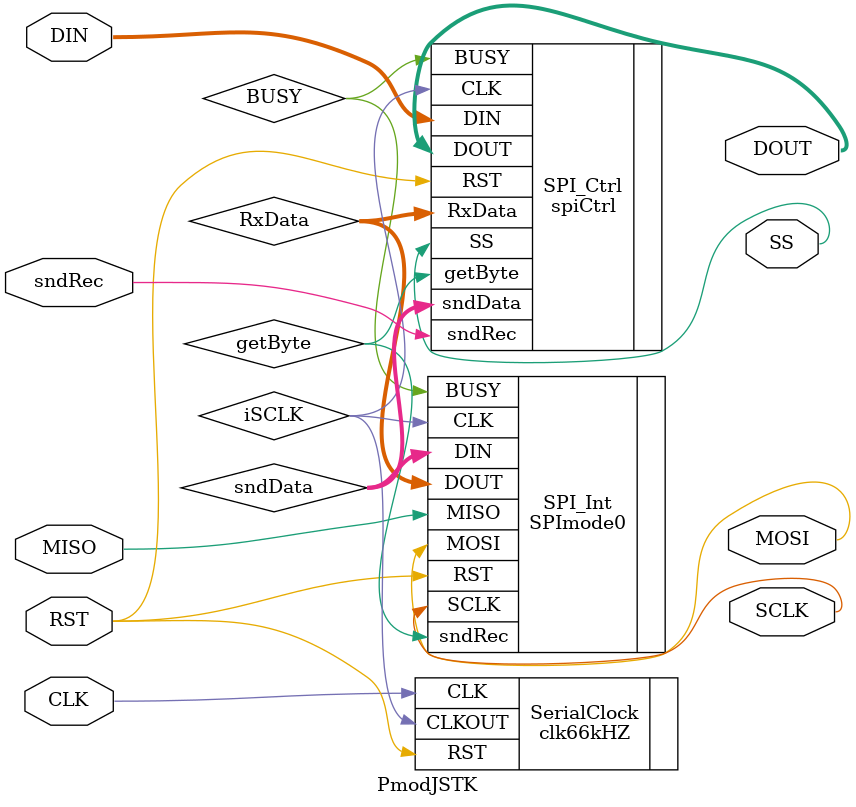
<source format=v>
`timescale 1ns / 1ps


module PmodJSTK(
        CLK,
			RST,
			sndRec,
			DIN,
			MISO,
			SS,
			SCLK,
			MOSI,
			DOUT
    );

// ===========================================================================
// 										Port Declarations
// ===========================================================================
			input CLK;						// 100MHz onboard clock
			input RST;						// Reset
			input sndRec;					// Send receive, initializes data read/write
			input [7:0] DIN;				// Data that is to be sent to the slave
			input MISO;						// Master in slave out
			output SS;						// Slave select, active low
			output SCLK;					// Serial clock
			output MOSI;					// Master out slave in
			output [39:0] DOUT;			// All data read from the slave

// ===========================================================================
// 							  Parameters, Regsiters, and Wires
// ===========================================================================

			// Output wires and registers
			wire SS;
			wire SCLK;
			wire MOSI;
			wire [39:0] DOUT;

			wire getByte;									// Initiates a data byte transfer in SPI_Int
			wire [7:0] sndData;							// Data to be sent to Slave
			wire [7:0] RxData;							// Output data from SPI_Int
			wire BUSY;										// Handshake from SPI_Int to SPI_Ctrl
			

			// 66.67kHz Clock Divider, period 15us
			wire iSCLK;										// Internal serial clock,
																// not directly output to slave,
																// controls state machine, etc.

// ===========================================================================
// 										Implementation
// ===========================================================================

			//-----------------------------------------------
			//  	  				SPI Controller
			//-----------------------------------------------
			spiCtrl SPI_Ctrl(
					.CLK(iSCLK),
					.RST(RST),
					.sndRec(sndRec),
					.BUSY(BUSY),
					.DIN(DIN),
					.RxData(RxData),
					.SS(SS),
					.getByte(getByte),
					.sndData(sndData),
					.DOUT(DOUT)
			);

			//-----------------------------------------------
			//  	  				  SPI Mode 0
			//-----------------------------------------------
			SPImode0 SPI_Int(
					.CLK(iSCLK),
					.RST(RST),
					.sndRec(getByte),
					.DIN(sndData),
					.MISO(MISO),
					.MOSI(MOSI),
					.SCLK(SCLK),
					.BUSY(BUSY),
					.DOUT(RxData)
			);

			//-----------------------------------------------
			//  	  				SPI Controller
			//-----------------------------------------------
			clk66kHZ SerialClock(
					.CLK(CLK),
					.RST(RST),
					.CLKOUT(iSCLK)
			);

endmodule

</source>
